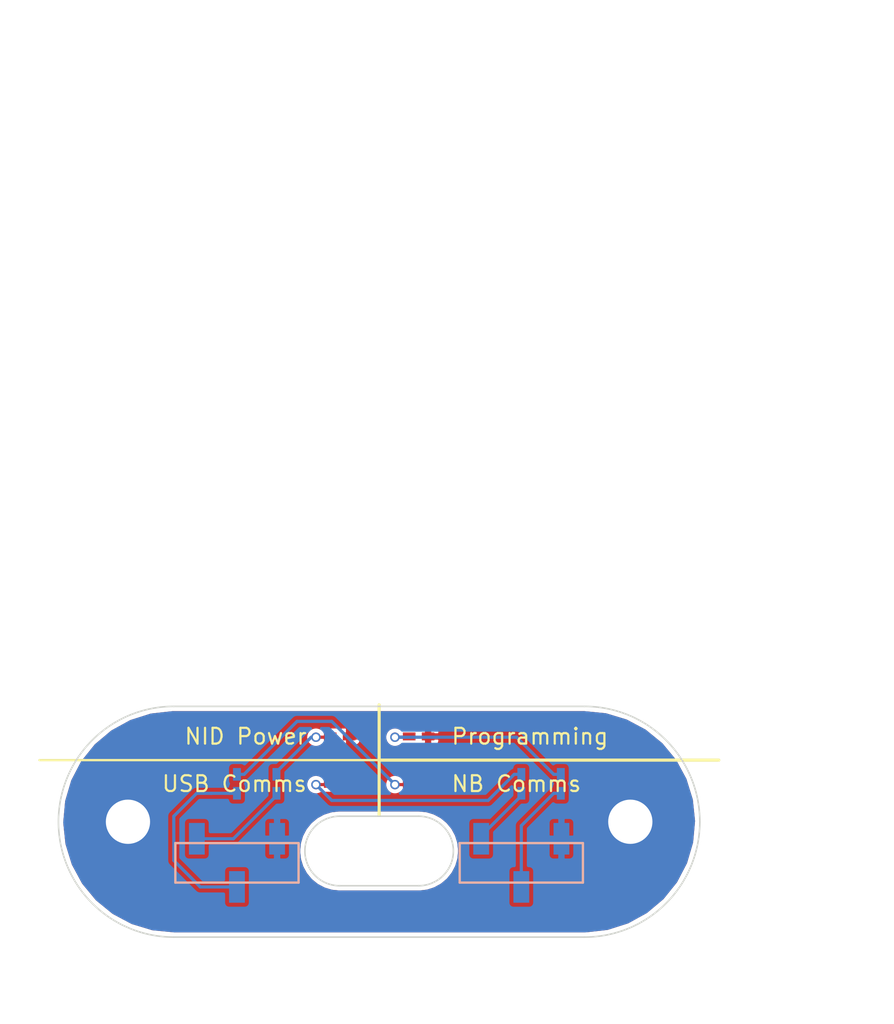
<source format=kicad_pcb>
(kicad_pcb (version 4) (host pcbnew 4.0.7-e2-6376~58~ubuntu14.04.1)

  (general
    (links 145)
    (no_connects 0)
    (area 21.438549 37.5 221.600001 145.325)
    (thickness 1.6)
    (drawings 48)
    (tracks 45)
    (zones 0)
    (modules 12)
    (nets 10)
  )

  (page A)
  (title_block
    (title "NeuroBytes Network Interface Device (NID)")
    (date 2018-02-01)
    (rev E)
    (company "NeuroTinker, LLC")
    (comment 1 "(C) 2018 Zach Fredin")
    (comment 2 "Drawing No. ZF-11012")
    (comment 3 "License: CC-BY-SA 4.0")
  )

  (layers
    (0 F.Cu signal)
    (31 B.Cu signal)
    (32 B.Adhes user)
    (33 F.Adhes user)
    (34 B.Paste user)
    (35 F.Paste user)
    (36 B.SilkS user)
    (37 F.SilkS user)
    (38 B.Mask user)
    (39 F.Mask user)
    (40 Dwgs.User user)
    (41 Cmts.User user)
    (42 Eco1.User user)
    (43 Eco2.User user)
    (44 Edge.Cuts user)
    (45 Margin user)
    (46 B.CrtYd user)
    (47 F.CrtYd user)
    (48 B.Fab user hide)
    (49 F.Fab user hide)
  )

  (setup
    (last_trace_width 0.2)
    (user_trace_width 0.5)
    (user_trace_width 1)
    (trace_clearance 0.2)
    (zone_clearance 0.25)
    (zone_45_only yes)
    (trace_min 0.2)
    (segment_width 0.2)
    (edge_width 0.1)
    (via_size 0.6)
    (via_drill 0.4)
    (via_min_size 0.4)
    (via_min_drill 0.3)
    (uvia_size 0.3)
    (uvia_drill 0.1)
    (uvias_allowed no)
    (uvia_min_size 0.2)
    (uvia_min_drill 0.1)
    (pcb_text_width 0.3)
    (pcb_text_size 1.5 1.5)
    (mod_edge_width 0.15)
    (mod_text_size 1 1)
    (mod_text_width 0.15)
    (pad_size 5 5)
    (pad_drill 2.8)
    (pad_to_mask_clearance 0)
    (aux_axis_origin 0 0)
    (grid_origin 46.324264 113.75)
    (visible_elements FFFFFF7F)
    (pcbplotparams
      (layerselection 0x00004_00000000)
      (usegerberextensions false)
      (excludeedgelayer true)
      (linewidth 0.100000)
      (plotframeref false)
      (viasonmask false)
      (mode 1)
      (useauxorigin false)
      (hpglpennumber 1)
      (hpglpenspeed 20)
      (hpglpendiameter 15)
      (hpglpenoverlay 2)
      (psnegative false)
      (psa4output false)
      (plotreference true)
      (plotvalue true)
      (plotinvisibletext false)
      (padsonsilk false)
      (subtractmaskfromsilk false)
      (outputformat 1)
      (mirror false)
      (drillshape 0)
      (scaleselection 1)
      (outputdirectory ""))
  )

  (net 0 "")
  (net 1 "Net-(D1-Pad2)")
  (net 2 "Net-(D2-Pad2)")
  (net 3 "Net-(D3-Pad2)")
  (net 4 "Net-(D4-Pad2)")
  (net 5 /GND_FRONT)
  (net 6 "Net-(J4-Pad2)")
  (net 7 "Net-(J6-Pad2)")
  (net 8 "Net-(J4-Pad3)")
  (net 9 "Net-(J6-Pad3)")

  (net_class Default "This is the default net class."
    (clearance 0.2)
    (trace_width 0.2)
    (via_dia 0.6)
    (via_drill 0.4)
    (uvia_dia 0.3)
    (uvia_drill 0.1)
    (add_net +3V3)
    (add_net +5V)
    (add_net +5VD)
    (add_net /FAULT)
    (add_net /GND_BACK)
    (add_net /GND_FRONT)
    (add_net /LED_COMMS_NEUROBYTES)
    (add_net /LED_COMMS_USB)
    (add_net /LED_PROGRAMMING)
    (add_net /NRST)
    (add_net /PMIC_SW)
    (add_net /RST)
    (add_net /RX)
    (add_net /SPEAKER)
    (add_net /TX)
    (add_net /USB_D+)
    (add_net /USB_D-)
    (add_net GND)
    (add_net "Net-(C6-Pad1)")
    (add_net "Net-(C7-Pad1)")
    (add_net "Net-(D1-Pad2)")
    (add_net "Net-(D2-Pad2)")
    (add_net "Net-(D3-Pad2)")
    (add_net "Net-(D4-Pad2)")
    (add_net "Net-(D5-Pad2)")
    (add_net "Net-(FL1-Pad1)")
    (add_net "Net-(FL1-Pad4)")
    (add_net "Net-(J3-Pad1)")
    (add_net "Net-(J3-Pad4)")
    (add_net "Net-(J3-Pad5)")
    (add_net "Net-(J4-Pad2)")
    (add_net "Net-(J4-Pad3)")
    (add_net "Net-(J6-Pad2)")
    (add_net "Net-(J6-Pad3)")
    (add_net "Net-(Q1-Pad1)")
    (add_net "Net-(Q2-Pad3)")
    (add_net "Net-(R2-Pad1)")
    (add_net "Net-(R3-Pad1)")
    (add_net "Net-(R6-Pad1)")
    (add_net "Net-(TP2-Pad1)")
    (add_net "Net-(TP3-Pad1)")
    (add_net "Net-(U2-Pad10)")
    (add_net "Net-(U2-Pad11)")
    (add_net "Net-(U2-Pad14)")
    (add_net "Net-(U2-Pad15)")
    (add_net "Net-(U2-Pad2)")
    (add_net "Net-(U2-Pad20)")
    (add_net "Net-(U2-Pad27)")
    (add_net "Net-(U2-Pad28)")
    (add_net "Net-(U2-Pad29)")
    (add_net "Net-(U2-Pad3)")
    (add_net "Net-(U2-Pad38)")
    (add_net "Net-(U2-Pad39)")
    (add_net "Net-(U2-Pad4)")
    (add_net "Net-(U2-Pad40)")
    (add_net "Net-(U2-Pad41)")
    (add_net "Net-(U2-Pad42)")
    (add_net "Net-(U2-Pad43)")
    (add_net "Net-(U2-Pad45)")
    (add_net "Net-(U2-Pad46)")
    (add_net "Net-(U2-Pad5)")
    (add_net "Net-(U2-Pad6)")
    (add_net "Net-(U3-Pad4)")
    (add_net "Net-(U4-Pad1)")
  )

  (module KiCad_Footprints:ZF_SMD_NonPol_0402 (layer F.Cu) (tedit 591B0B98) (tstamp 59EFED7A)
    (at 43.824264 104.5 180)
    (path /59F05B3F)
    (fp_text reference D1 (at 0 1.5 180) (layer F.Fab)
      (effects (font (size 1 1) (thickness 0.15)))
    )
    (fp_text value LED_POWER (at 0 -1.5 180) (layer F.Fab) hide
      (effects (font (size 1 1) (thickness 0.15)))
    )
    (pad 1 smd rect (at -0.6 0 180) (size 0.8 0.5) (layers F.Cu F.Paste F.Mask)
      (net 5 /GND_FRONT))
    (pad 2 smd rect (at 0.6 0 180) (size 0.8 0.5) (layers F.Cu F.Paste F.Mask)
      (net 1 "Net-(D1-Pad2)"))
    (model Resistors_SMD.3dshapes/R_0402.wrl
      (at (xyz 0 0 0))
      (scale (xyz 1 1 1))
      (rotate (xyz 0 0 0))
    )
  )

  (module KiCad_Footprints:ZF_SMD_NonPol_0402 (layer F.Cu) (tedit 591B0B98) (tstamp 59EFED80)
    (at 48.824264 107.5 180)
    (path /59F05BD6)
    (fp_text reference D2 (at 0 1.5 180) (layer F.Fab)
      (effects (font (size 1 1) (thickness 0.15)))
    )
    (fp_text value LED_NB (at 0 -1.5 180) (layer F.Fab) hide
      (effects (font (size 1 1) (thickness 0.15)))
    )
    (pad 1 smd rect (at -0.6 0 180) (size 0.8 0.5) (layers F.Cu F.Paste F.Mask)
      (net 5 /GND_FRONT))
    (pad 2 smd rect (at 0.6 0 180) (size 0.8 0.5) (layers F.Cu F.Paste F.Mask)
      (net 2 "Net-(D2-Pad2)"))
    (model Resistors_SMD.3dshapes/R_0402.wrl
      (at (xyz 0 0 0))
      (scale (xyz 1 1 1))
      (rotate (xyz 0 0 0))
    )
  )

  (module KiCad_Footprints:ZF_SMD_NonPol_0402 (layer F.Cu) (tedit 591B0B98) (tstamp 59EFED86)
    (at 43.824264 107.5 180)
    (path /59F05D9A)
    (fp_text reference D3 (at 0 1.5 180) (layer F.Fab)
      (effects (font (size 1 1) (thickness 0.15)))
    )
    (fp_text value LED_USB (at 0 -1.5 180) (layer F.Fab) hide
      (effects (font (size 1 1) (thickness 0.15)))
    )
    (pad 1 smd rect (at -0.6 0 180) (size 0.8 0.5) (layers F.Cu F.Paste F.Mask)
      (net 5 /GND_FRONT))
    (pad 2 smd rect (at 0.6 0 180) (size 0.8 0.5) (layers F.Cu F.Paste F.Mask)
      (net 3 "Net-(D3-Pad2)"))
    (model Resistors_SMD.3dshapes/R_0402.wrl
      (at (xyz 0 0 0))
      (scale (xyz 1 1 1))
      (rotate (xyz 0 0 0))
    )
  )

  (module KiCad_Footprints:ZF_SMD_NonPol_0402 (layer F.Cu) (tedit 591B0B98) (tstamp 59EFED8C)
    (at 48.824264 104.5 180)
    (path /59F05DA0)
    (fp_text reference D4 (at 0 1.5 180) (layer F.Fab)
      (effects (font (size 1 1) (thickness 0.15)))
    )
    (fp_text value LED_PROG (at 0 -1.5 180) (layer F.Fab) hide
      (effects (font (size 1 1) (thickness 0.15)))
    )
    (pad 1 smd rect (at -0.6 0 180) (size 0.8 0.5) (layers F.Cu F.Paste F.Mask)
      (net 5 /GND_FRONT))
    (pad 2 smd rect (at 0.6 0 180) (size 0.8 0.5) (layers F.Cu F.Paste F.Mask)
      (net 4 "Net-(D4-Pad2)"))
    (model Resistors_SMD.3dshapes/R_0402.wrl
      (at (xyz 0 0 0))
      (scale (xyz 1 1 1))
      (rotate (xyz 0 0 0))
    )
  )

  (module KiCad_Footprints:ZF_SMD_NonPol_0402 (layer B.Cu) (tedit 591B0B98) (tstamp 59EFEDEE)
    (at 39.824264 107.5 270)
    (path /59F05EFE)
    (fp_text reference R11 (at 0 -1.5 270) (layer B.Fab)
      (effects (font (size 1 1) (thickness 0.15)) (justify mirror))
    )
    (fp_text value R (at 0 1.5 270) (layer B.Fab) hide
      (effects (font (size 1 1) (thickness 0.15)) (justify mirror))
    )
    (pad 1 smd rect (at -0.6 0 270) (size 0.8 0.5) (layers B.Cu B.Paste B.Mask)
      (net 1 "Net-(D1-Pad2)"))
    (pad 2 smd rect (at 0.6 0 270) (size 0.8 0.5) (layers B.Cu B.Paste B.Mask)
      (net 8 "Net-(J4-Pad3)"))
    (model Resistors_SMD.3dshapes/R_0402.wrl
      (at (xyz 0 0 0))
      (scale (xyz 1 1 1))
      (rotate (xyz 0 0 0))
    )
  )

  (module KiCad_Footprints:ZF_SMD_NonPol_0402 (layer B.Cu) (tedit 591B0B98) (tstamp 59EFEDF4)
    (at 37.324264 107.5 270)
    (path /59F06154)
    (fp_text reference R12 (at 0 -1.5 270) (layer B.Fab)
      (effects (font (size 1 1) (thickness 0.15)) (justify mirror))
    )
    (fp_text value R (at 0 1.5 270) (layer B.Fab) hide
      (effects (font (size 1 1) (thickness 0.15)) (justify mirror))
    )
    (pad 1 smd rect (at -0.6 0 270) (size 0.8 0.5) (layers B.Cu B.Paste B.Mask)
      (net 2 "Net-(D2-Pad2)"))
    (pad 2 smd rect (at 0.6 0 270) (size 0.8 0.5) (layers B.Cu B.Paste B.Mask)
      (net 6 "Net-(J4-Pad2)"))
    (model Resistors_SMD.3dshapes/R_0402.wrl
      (at (xyz 0 0 0))
      (scale (xyz 1 1 1))
      (rotate (xyz 0 0 0))
    )
  )

  (module KiCad_Footprints:ZF_SMD_NonPol_0402 (layer B.Cu) (tedit 591B0B98) (tstamp 59EFEDFA)
    (at 55.324264 107.5 270)
    (path /59F0628E)
    (fp_text reference R13 (at 0 -1.5 270) (layer B.Fab)
      (effects (font (size 1 1) (thickness 0.15)) (justify mirror))
    )
    (fp_text value R (at 0 1.5 270) (layer B.Fab) hide
      (effects (font (size 1 1) (thickness 0.15)) (justify mirror))
    )
    (pad 1 smd rect (at -0.6 0 270) (size 0.8 0.5) (layers B.Cu B.Paste B.Mask)
      (net 3 "Net-(D3-Pad2)"))
    (pad 2 smd rect (at 0.6 0 270) (size 0.8 0.5) (layers B.Cu B.Paste B.Mask)
      (net 9 "Net-(J6-Pad3)"))
    (model Resistors_SMD.3dshapes/R_0402.wrl
      (at (xyz 0 0 0))
      (scale (xyz 1 1 1))
      (rotate (xyz 0 0 0))
    )
  )

  (module KiCad_Footprints:ZF_SMD_NonPol_0402 (layer B.Cu) (tedit 591B0B98) (tstamp 59EFEE00)
    (at 57.824264 107.5 270)
    (path /59F063CD)
    (fp_text reference R14 (at 0 -1.5 270) (layer B.Fab)
      (effects (font (size 1 1) (thickness 0.15)) (justify mirror))
    )
    (fp_text value R (at 0 1.5 270) (layer B.Fab) hide
      (effects (font (size 1 1) (thickness 0.15)) (justify mirror))
    )
    (pad 1 smd rect (at -0.6 0 270) (size 0.8 0.5) (layers B.Cu B.Paste B.Mask)
      (net 4 "Net-(D4-Pad2)"))
    (pad 2 smd rect (at 0.6 0 270) (size 0.8 0.5) (layers B.Cu B.Paste B.Mask)
      (net 7 "Net-(J6-Pad2)"))
    (model Resistors_SMD.3dshapes/R_0402.wrl
      (at (xyz 0 0 0))
      (scale (xyz 1 1 1))
      (rotate (xyz 0 0 0))
    )
  )

  (module KiCad_Footprints:ZF_STRUCT_M2-6-hole (layer F.Cu) (tedit 5A9EFDF0) (tstamp 5A9DA5D7)
    (at 62.224264 109.9)
    (fp_text reference REF** (at 0 6.3) (layer F.SilkS) hide
      (effects (font (size 1 1) (thickness 0.15)))
    )
    (fp_text value ZF_STRUCT_M2-6-hole (at 0 -6.2) (layer F.Fab) hide
      (effects (font (size 1 1) (thickness 0.15)))
    )
    (pad 1 thru_hole circle (at 0 0) (size 5 5) (drill 2.8) (layers *.Cu *.Mask)
      (net 5 /GND_FRONT) (zone_connect 2))
  )

  (module KiCad_Footprints:ZF_STRUCT_M2-6-hole (layer F.Cu) (tedit 5A9EFDF8) (tstamp 5A9DA5DC)
    (at 30.424264 109.9)
    (fp_text reference REF** (at 0 6.3) (layer F.SilkS) hide
      (effects (font (size 1 1) (thickness 0.15)))
    )
    (fp_text value ZF_STRUCT_M2-6-hole (at 0 -6.2) (layer F.Fab) hide
      (effects (font (size 1 1) (thickness 0.15)))
    )
    (pad 1 thru_hole circle (at 0 0) (size 5 5) (drill 2.8) (layers *.Cu *.Mask)
      (net 5 /GND_FRONT) (zone_connect 2))
  )

  (module KiCad_Footprints:ZF_CONN_FHDR_SMD_3 (layer B.Cu) (tedit 5A9DA6C9) (tstamp 5A9E155D)
    (at 37.324264 112.5 180)
    (path /5A9DE37D)
    (fp_text reference J4 (at 0 -5.3 180) (layer B.SilkS) hide
      (effects (font (size 1 1) (thickness 0.15)) (justify mirror))
    )
    (fp_text value Conn_01x03_Female (at 0 3.6 180) (layer B.Fab) hide
      (effects (font (size 1 1) (thickness 0.15)) (justify mirror))
    )
    (fp_line (start 3.9 1.25) (end 3.9 1.25) (layer B.SilkS) (width 0.15))
    (fp_line (start -3.9 1.25) (end 3.9 1.25) (layer B.SilkS) (width 0.15))
    (fp_line (start -3.9 -1.25) (end -3.9 1.25) (layer B.SilkS) (width 0.15))
    (fp_line (start 3.9 -1.25) (end -3.9 -1.25) (layer B.SilkS) (width 0.15))
    (fp_line (start 3.9 1.25) (end 3.9 -1.25) (layer B.SilkS) (width 0.15))
    (pad 1 smd rect (at -2.54 1.524 180) (size 1 2) (layers B.Cu B.Paste B.Mask)
      (net 5 /GND_FRONT))
    (pad 2 smd rect (at 0 -1.524 180) (size 1 2) (layers B.Cu B.Paste B.Mask)
      (net 6 "Net-(J4-Pad2)"))
    (pad 3 smd rect (at 2.54 1.524 180) (size 1 2) (layers B.Cu B.Paste B.Mask)
      (net 8 "Net-(J4-Pad3)"))
  )

  (module KiCad_Footprints:ZF_CONN_FHDR_SMD_3 (layer B.Cu) (tedit 5A9DA6C9) (tstamp 5A9E1574)
    (at 55.324264 112.5 180)
    (path /5A9DF334)
    (fp_text reference J6 (at 0 -5.3 180) (layer B.SilkS) hide
      (effects (font (size 1 1) (thickness 0.15)) (justify mirror))
    )
    (fp_text value Conn_01x03_Female (at 0 3.6 180) (layer B.Fab) hide
      (effects (font (size 1 1) (thickness 0.15)) (justify mirror))
    )
    (fp_line (start 3.9 1.25) (end 3.9 1.25) (layer B.SilkS) (width 0.15))
    (fp_line (start -3.9 1.25) (end 3.9 1.25) (layer B.SilkS) (width 0.15))
    (fp_line (start -3.9 -1.25) (end -3.9 1.25) (layer B.SilkS) (width 0.15))
    (fp_line (start 3.9 -1.25) (end -3.9 -1.25) (layer B.SilkS) (width 0.15))
    (fp_line (start 3.9 1.25) (end 3.9 -1.25) (layer B.SilkS) (width 0.15))
    (pad 1 smd rect (at -2.54 1.524 180) (size 1 2) (layers B.Cu B.Paste B.Mask)
      (net 5 /GND_FRONT))
    (pad 2 smd rect (at 0 -1.524 180) (size 1 2) (layers B.Cu B.Paste B.Mask)
      (net 7 "Net-(J6-Pad2)"))
    (pad 3 smd rect (at 2.54 1.524 180) (size 1 2) (layers B.Cu B.Paste B.Mask)
      (net 9 "Net-(J6-Pad3)"))
  )

  (gr_line (start 55.324264 120) (end 55.324264 120) (layer Cmts.User) (width 0.2) (tstamp 5A9E3F45))
  (gr_line (start 55.324264 58) (end 55.324264 120) (layer Cmts.User) (width 0.2))
  (gr_line (start 37.324264 122.6) (end 37.324264 122.6) (layer Cmts.User) (width 0.2) (tstamp 5A9E3F44))
  (gr_line (start 37.324264 58) (end 37.324264 122.6) (layer Cmts.User) (width 0.2))
  (gr_line (start 46.324264 106) (end 67.824264 106) (layer F.SilkS) (width 0.2))
  (gr_line (start 46.324264 106) (end 24.824264 106) (layer F.SilkS) (width 0.15))
  (gr_line (start 46.324264 109.5) (end 46.324264 102.5) (layer F.SilkS) (width 0.2))
  (gr_line (start 46.324264 109.15) (end 46.324264 109.15) (layer Cmts.User) (width 0.2) (tstamp 5A9DA676))
  (gr_line (start 46.324264 114.15) (end 46.324264 109.15) (layer Cmts.User) (width 0.2))
  (gr_text Programming (at 50.824264 104.5) (layer F.SilkS)
    (effects (font (size 1 1) (thickness 0.14)) (justify left))
  )
  (gr_text "USB Comms" (at 41.824264 107.5) (layer F.SilkS)
    (effects (font (size 1 1) (thickness 0.14)) (justify right))
  )
  (gr_text "NB Comms" (at 50.824264 107.5) (layer F.SilkS)
    (effects (font (size 1 1) (thickness 0.14)) (justify left))
  )
  (gr_text "NID Power" (at 41.824264 104.5) (layer F.SilkS)
    (effects (font (size 1 1) (thickness 0.14)) (justify right))
  )
  (gr_text "To NB Network" (at 46.374264 115.35) (layer F.Mask)
    (effects (font (size 1.2 1.2) (thickness 0.17)))
  )
  (gr_arc (start 48.824264 111.75) (end 48.824264 109.55) (angle 180) (layer Edge.Cuts) (width 0.1))
  (gr_line (start 43.824264 113.95) (end 48.824264 113.95) (layer Edge.Cuts) (width 0.1))
  (gr_line (start 43.824264 109.55) (end 48.824264 109.55) (layer Edge.Cuts) (width 0.1))
  (gr_arc (start 43.824264 111.75) (end 43.824264 113.95) (angle 180) (layer Edge.Cuts) (width 0.1))
  (gr_line (start 62.224264 120.8) (end 62.224264 120.8) (layer Cmts.User) (width 0.2) (tstamp 5A9D8D73))
  (gr_line (start 62.224264 83) (end 62.224264 120.8) (layer Cmts.User) (width 0.2))
  (gr_line (start 30.424264 121.6) (end 30.424264 121.6) (layer Cmts.User) (width 0.2) (tstamp 5A9D8D72))
  (gr_line (start 30.424264 83) (end 30.424264 121.6) (layer Cmts.User) (width 0.2))
  (gr_arc (start 33.324264 109.9) (end 33.324264 117.2) (angle 180) (layer Edge.Cuts) (width 0.1) (tstamp 5A9D8D4F))
  (gr_line (start 59.324264 102.6) (end 33.324264 102.6) (layer Edge.Cuts) (width 0.1) (tstamp 5A9D8D4E))
  (gr_line (start 33.324264 117.2) (end 59.324264 117.2) (layer Edge.Cuts) (width 0.1) (tstamp 5A9D8D4D))
  (gr_arc (start 59.324264 109.9) (end 59.324264 102.6) (angle 180) (layer Edge.Cuts) (width 0.1) (tstamp 5A9D8D4C))
  (gr_line (start 68.824264 115.35) (end 68.824264 115.35) (layer Cmts.User) (width 0.2) (tstamp 5A9D8D4B))
  (gr_line (start 68.724264 113.75) (end 24.424264 113.75) (layer Cmts.User) (width 0.2) (tstamp 5A9D8D4A))
  (gr_line (start 71.624264 117.2) (end 71.624264 117.2) (layer Cmts.User) (width 0.2) (tstamp 5A9D8D49))
  (gr_line (start 22.824264 117.2) (end 71.624264 117.2) (layer Cmts.User) (width 0.2) (tstamp 5A9D8D48))
  (gr_line (start 22.424264 109.9) (end 78.724264 109.9) (layer Cmts.User) (width 0.2) (tstamp 5A9D8D47))
  (gr_line (start 26.024264 115.35) (end 68.824264 115.35) (layer Cmts.User) (width 0.2) (tstamp 5A9D8D46))
  (gr_line (start 78.824264 110) (end 78.724264 109.9) (layer Cmts.User) (width 0.2) (tstamp 5A9D8D45))
  (gr_line (start 24.374264 113.8) (end 24.424264 113.75) (layer Cmts.User) (width 0.2) (tstamp 5A9D8D44))
  (gr_line (start 66.624264 109.6) (end 66.624264 110.2) (layer Cmts.User) (width 0.2) (tstamp 5A9D8D43))
  (gr_line (start 66.824264 102.6) (end 66.824264 102.6) (layer Cmts.User) (width 0.2) (tstamp 5A9D8D42))
  (gr_line (start 46.324264 118) (end 46.324264 96.8) (layer Cmts.User) (width 0.2) (tstamp 5A9D8D41))
  (gr_line (start 23.424264 102.6) (end 66.824264 102.6) (layer Cmts.User) (width 0.2) (tstamp 5A9D8D40))
  (gr_line (start 45.924264 102.6) (end 46.724264 102.6) (layer Cmts.User) (width 0.2))
  (gr_line (start 221.5 70.5) (end 221.5 70.5) (layer F.Fab) (width 0.2) (tstamp 5A398CB1))
  (gr_line (start 148.5 70.5) (end 221.5 70.5) (layer F.Fab) (width 0.2))
  (gr_line (start 186.5 50.5) (end 158.5 50.5) (layer F.Fab) (width 0.2))
  (gr_line (start 195.5 91.5) (end 152.5 91.5) (layer F.Fab) (width 0.2))
  (gr_text "INSTALL FOUR POLYURETHANE BUMPERS\nIN FOUR 10MM SILKSCREEN CIRCLES (BACK)" (at 195.5 67.5) (layer F.Fab)
    (effects (font (size 1.5 1.5) (thickness 0.3)))
  )
  (gr_text "NOTES:\n1. FOOTPRINTS ORIENTED PER IPC-7351FC LEVEL B (PIN 1 IN LOWER LEFT)\n2. COMPONENT ROTATION IN DEGREES COUNTER-CLOCKWISE\n3. COMPONENTS MOUNTED ON BOTH SIDES (FOUR LEDS ON FRONT, ALL OTHERS ON BACK)\n4. PCB IS 1.6mm FR4 RATED FOR ROHS REFLOW, 1OZ COPPER, ENIG FINISH\n5. MATTE BLACK SOLDER MASK WITH WHITE SILKSCREEN\n6. SOLDER PASTE MUST BE ROHS COMPLIANT (LEAD-FREE)\n7. NO MARKS (E-TEST, QA, SERIAL NUMBER, ETC) ON FRONT (LOGO SIDE) OF BOARD\n8. BOARDS TO BE SHIPPED IN INDIVIDUAL ANTI-STATIC BAGS\n9. FOUR SELF-ADHESIVE POLYURETHANE BUMPERS TO BE APPLIED AS SHOWN AFTER ASSEMBLY" (at 88.5 132.5) (layer F.Fab)
    (effects (font (size 1.5 1.5) (thickness 0.3)) (justify left))
  )
  (gr_text "COMPONENT POSITION ORIGIN" (at 127.5 105) (layer F.Fab)
    (effects (font (size 1.5 1.5) (thickness 0.3)))
  )
  (gr_text "ROUTE BOARD OUTLINE\nEXCEPT TWO SIDES" (at 172.5 47.5) (layer F.Fab)
    (effects (font (size 1.5 1.5) (thickness 0.3)))
  )
  (gr_text "V-SCORE PARALLEL SIDES" (at 180 90) (layer F.Fab)
    (effects (font (size 1.5 1.5) (thickness 0.3)))
  )

  (segment (start 42.324264 104.55) (end 43.174264 104.55) (width 0.2) (layer F.Cu) (net 1))
  (segment (start 43.174264 104.55) (end 43.224264 104.5) (width 0.2) (layer F.Cu) (net 1))
  (segment (start 39.824264 106.9) (end 39.824264 106.75) (width 0.2) (layer B.Cu) (net 1))
  (segment (start 39.824264 106.75) (end 42.024264 104.55) (width 0.2) (layer B.Cu) (net 1))
  (segment (start 42.024264 104.55) (end 42.324264 104.55) (width 0.2) (layer B.Cu) (net 1))
  (via (at 42.324264 104.55) (size 0.6) (drill 0.4) (layers F.Cu B.Cu) (net 1))
  (segment (start 37.324264 106.9) (end 37.774264 106.9) (width 0.2) (layer B.Cu) (net 2))
  (segment (start 43.324264 103.55) (end 43.724264 103.95) (width 0.2) (layer B.Cu) (net 2))
  (segment (start 37.774264 106.9) (end 41.124264 103.55) (width 0.2) (layer B.Cu) (net 2))
  (segment (start 41.124264 103.55) (end 43.324264 103.55) (width 0.2) (layer B.Cu) (net 2))
  (segment (start 43.724264 103.95) (end 47.324264 107.55) (width 0.2) (layer B.Cu) (net 2))
  (segment (start 47.324264 107.55) (end 48.174264 107.55) (width 0.2) (layer F.Cu) (net 2))
  (segment (start 48.174264 107.55) (end 48.224264 107.5) (width 0.2) (layer F.Cu) (net 2))
  (via (at 47.324264 107.55) (size 0.6) (drill 0.4) (layers F.Cu B.Cu) (net 2))
  (segment (start 42.324264 107.55) (end 43.324264 108.55) (width 0.2) (layer B.Cu) (net 3))
  (segment (start 53.224264 108.55) (end 54.874264 106.9) (width 0.2) (layer B.Cu) (net 3))
  (segment (start 43.324264 108.55) (end 53.224264 108.55) (width 0.2) (layer B.Cu) (net 3))
  (segment (start 54.874264 106.9) (end 55.324264 106.9) (width 0.2) (layer B.Cu) (net 3))
  (segment (start 42.324264 107.55) (end 43.174264 107.55) (width 0.2) (layer F.Cu) (net 3))
  (segment (start 43.174264 107.55) (end 43.224264 107.5) (width 0.2) (layer F.Cu) (net 3))
  (via (at 42.324264 107.55) (size 0.6) (drill 0.4) (layers F.Cu B.Cu) (net 3))
  (segment (start 57.824264 106.9) (end 57.374264 106.9) (width 0.2) (layer B.Cu) (net 4))
  (segment (start 57.374264 106.9) (end 55.024264 104.55) (width 0.2) (layer B.Cu) (net 4))
  (segment (start 55.024264 104.55) (end 47.748528 104.55) (width 0.2) (layer B.Cu) (net 4))
  (segment (start 47.748528 104.55) (end 47.324264 104.55) (width 0.2) (layer B.Cu) (net 4))
  (segment (start 47.324264 104.55) (end 48.174264 104.55) (width 0.2) (layer F.Cu) (net 4))
  (segment (start 48.174264 104.55) (end 48.224264 104.5) (width 0.2) (layer F.Cu) (net 4))
  (via (at 47.324264 104.55) (size 0.6) (drill 0.4) (layers F.Cu B.Cu) (net 4))
  (segment (start 37.324264 114.024) (end 34.998264 114.024) (width 0.2) (layer B.Cu) (net 6))
  (segment (start 34.998264 114.024) (end 33.324264 112.35) (width 0.2) (layer B.Cu) (net 6))
  (segment (start 33.324264 112.35) (end 33.324264 109.55) (width 0.2) (layer B.Cu) (net 6))
  (segment (start 33.324264 109.55) (end 34.774264 108.1) (width 0.2) (layer B.Cu) (net 6))
  (segment (start 34.774264 108.1) (end 35.724264 108.1) (width 0.2) (layer B.Cu) (net 6))
  (segment (start 35.724264 108.1) (end 36.874264 108.1) (width 0.2) (layer B.Cu) (net 6))
  (segment (start 35.620262 108.1) (end 35.724264 108.1) (width 0.2) (layer B.Cu) (net 6))
  (segment (start 36.874264 108.1) (end 37.324264 108.1) (width 0.2) (layer B.Cu) (net 6))
  (segment (start 55.324264 114.024) (end 55.324264 110.15) (width 0.2) (layer B.Cu) (net 7))
  (segment (start 55.324264 110.15) (end 57.374264 108.1) (width 0.2) (layer B.Cu) (net 7))
  (segment (start 57.374264 108.1) (end 57.824264 108.1) (width 0.2) (layer B.Cu) (net 7))
  (segment (start 34.784264 110.976) (end 37.098264 110.976) (width 0.2) (layer B.Cu) (net 8))
  (segment (start 37.098264 110.976) (end 39.824264 108.25) (width 0.2) (layer B.Cu) (net 8))
  (segment (start 39.824264 108.25) (end 39.824264 108.1) (width 0.2) (layer B.Cu) (net 8))
  (segment (start 55.324264 108.1) (end 55.324264 108.25) (width 0.2) (layer B.Cu) (net 9))
  (segment (start 55.324264 108.25) (end 52.784264 110.79) (width 0.2) (layer B.Cu) (net 9))
  (segment (start 52.784264 110.79) (end 52.784264 110.976) (width 0.2) (layer B.Cu) (net 9))

  (zone (net 5) (net_name /GND_FRONT) (layer B.Cu) (tstamp 0) (hatch edge 0.508)
    (connect_pads (clearance 0.25))
    (min_thickness 0.2)
    (fill yes (arc_segments 32) (thermal_gap 0.25) (thermal_bridge_width 0.4))
    (polygon
      (pts
        (xy 24.624264 102) (xy 72.724264 102.1) (xy 72.224264 117.9) (xy 24.724264 118.4) (xy 24.524264 102.2)
      )
    )
    (filled_polygon
      (pts
        (xy 60.664107 103.133291) (xy 61.952919 103.522406) (xy 63.141603 104.154441) (xy 64.18489 105.005325) (xy 65.043034 106.042643)
        (xy 65.683352 107.226886) (xy 66.081453 108.512945) (xy 66.222177 109.851843) (xy 66.100162 111.192571) (xy 65.720052 112.484072)
        (xy 65.096333 113.677136) (xy 64.252758 114.726332) (xy 63.221452 115.591701) (xy 62.041705 116.240272) (xy 60.758456 116.647342)
        (xy 59.402431 116.799444) (xy 59.322902 116.8) (xy 33.343828 116.8) (xy 31.984419 116.666709) (xy 30.695609 116.277594)
        (xy 29.506925 115.645559) (xy 28.463636 114.794673) (xy 27.605494 113.757357) (xy 26.965176 112.573114) (xy 26.567075 111.287055)
        (xy 26.426351 109.948157) (xy 26.462585 109.55) (xy 32.874264 109.55) (xy 32.874264 112.35) (xy 32.878317 112.391339)
        (xy 32.881943 112.432778) (xy 32.882603 112.43505) (xy 32.882834 112.437405) (xy 32.89485 112.477204) (xy 32.906445 112.517115)
        (xy 32.907534 112.519215) (xy 32.908218 112.521482) (xy 32.927769 112.558251) (xy 32.946863 112.595087) (xy 32.948335 112.596931)
        (xy 32.949449 112.599026) (xy 32.975752 112.631276) (xy 33.001654 112.663724) (xy 33.004902 112.667018) (xy 33.004957 112.667085)
        (xy 33.005019 112.667136) (xy 33.006066 112.668198) (xy 34.680066 114.342198) (xy 34.712169 114.368568) (xy 34.744029 114.395301)
        (xy 34.746102 114.396441) (xy 34.747931 114.397943) (xy 34.784578 114.417593) (xy 34.82099 114.437611) (xy 34.823244 114.438326)
        (xy 34.825331 114.439445) (xy 34.865162 114.451623) (xy 34.904704 114.464166) (xy 34.907048 114.464429) (xy 34.909318 114.465123)
        (xy 34.950738 114.46933) (xy 34.991981 114.473956) (xy 34.996608 114.473988) (xy 34.996693 114.473997) (xy 34.996772 114.47399)
        (xy 34.998264 114.474) (xy 36.472571 114.474) (xy 36.472571 115.024) (xy 36.477016 115.079736) (xy 36.506291 115.174271)
        (xy 36.560744 115.256906) (xy 36.636064 115.3211) (xy 36.726285 115.361769) (xy 36.824264 115.375693) (xy 37.824264 115.375693)
        (xy 37.88 115.371248) (xy 37.974535 115.341973) (xy 38.05717 115.28752) (xy 38.121364 115.2122) (xy 38.162033 115.121979)
        (xy 38.175957 115.024) (xy 38.175957 113.024) (xy 38.171512 112.968264) (xy 38.142237 112.873729) (xy 38.087784 112.791094)
        (xy 38.012464 112.7269) (xy 37.922243 112.686231) (xy 37.824264 112.672307) (xy 36.824264 112.672307) (xy 36.768528 112.676752)
        (xy 36.673993 112.706027) (xy 36.591358 112.76048) (xy 36.527164 112.8358) (xy 36.486495 112.926021) (xy 36.472571 113.024)
        (xy 36.472571 113.574) (xy 35.18466 113.574) (xy 33.774264 112.163604) (xy 33.774264 109.736396) (xy 34.96066 108.55)
        (xy 36.726559 108.55) (xy 36.727016 108.555736) (xy 36.756291 108.650271) (xy 36.810744 108.732906) (xy 36.886064 108.7971)
        (xy 36.976285 108.837769) (xy 37.074264 108.851693) (xy 37.574264 108.851693) (xy 37.63 108.847248) (xy 37.724535 108.817973)
        (xy 37.80717 108.76352) (xy 37.871364 108.6882) (xy 37.912033 108.597979) (xy 37.925957 108.5) (xy 37.925957 107.7)
        (xy 37.921512 107.644264) (xy 37.892237 107.549729) (xy 37.86027 107.501217) (xy 37.871364 107.4882) (xy 37.912033 107.397979)
        (xy 37.922652 107.32326) (xy 37.941379 107.317819) (xy 37.943479 107.31673) (xy 37.945746 107.316046) (xy 37.982515 107.296495)
        (xy 38.019351 107.277401) (xy 38.021195 107.275929) (xy 38.02329 107.274815) (xy 38.05554 107.248512) (xy 38.087988 107.22261)
        (xy 38.091282 107.219362) (xy 38.091349 107.219307) (xy 38.0914 107.219245) (xy 38.092462 107.218198) (xy 41.31066 104)
        (xy 41.977624 104) (xy 41.915001 104.040979) (xy 41.823926 104.130166) (xy 41.803507 104.159987) (xy 41.779177 104.172599)
        (xy 41.777333 104.174071) (xy 41.775238 104.175185) (xy 41.742988 104.201488) (xy 41.71054 104.22739) (xy 41.707246 104.230638)
        (xy 41.707179 104.230693) (xy 41.707128 104.230755) (xy 41.706066 104.231802) (xy 39.789561 106.148307) (xy 39.574264 106.148307)
        (xy 39.518528 106.152752) (xy 39.423993 106.182027) (xy 39.341358 106.23648) (xy 39.277164 106.3118) (xy 39.236495 106.402021)
        (xy 39.222571 106.5) (xy 39.222571 107.3) (xy 39.227016 107.355736) (xy 39.256291 107.450271) (xy 39.288258 107.498783)
        (xy 39.277164 107.5118) (xy 39.236495 107.602021) (xy 39.222571 107.7) (xy 39.222571 108.215297) (xy 36.911868 110.526)
        (xy 35.635957 110.526) (xy 35.635957 109.976) (xy 35.631512 109.920264) (xy 35.602237 109.825729) (xy 35.547784 109.743094)
        (xy 35.472464 109.6789) (xy 35.382243 109.638231) (xy 35.284264 109.624307) (xy 34.284264 109.624307) (xy 34.228528 109.628752)
        (xy 34.133993 109.658027) (xy 34.051358 109.71248) (xy 33.987164 109.7878) (xy 33.946495 109.878021) (xy 33.932571 109.976)
        (xy 33.932571 111.976) (xy 33.937016 112.031736) (xy 33.966291 112.126271) (xy 34.020744 112.208906) (xy 34.096064 112.2731)
        (xy 34.186285 112.313769) (xy 34.284264 112.327693) (xy 35.284264 112.327693) (xy 35.34 112.323248) (xy 35.434535 112.293973)
        (xy 35.51717 112.23952) (xy 35.581364 112.1642) (xy 35.622033 112.073979) (xy 35.635957 111.976) (xy 35.635957 111.426)
        (xy 37.098264 111.426) (xy 37.139603 111.421947) (xy 37.181042 111.418321) (xy 37.183314 111.417661) (xy 37.185669 111.41743)
        (xy 37.225468 111.405414) (xy 37.265379 111.393819) (xy 37.267479 111.39273) (xy 37.269746 111.392046) (xy 37.306515 111.372495)
        (xy 37.343351 111.353401) (xy 37.345195 111.351929) (xy 37.34729 111.350815) (xy 37.37954 111.324512) (xy 37.411988 111.29861)
        (xy 37.415282 111.295362) (xy 37.415349 111.295307) (xy 37.4154 111.295245) (xy 37.416462 111.294198) (xy 37.54716 111.1635)
        (xy 39.014264 111.1635) (xy 39.014264 112.010472) (xy 39.027714 112.078091) (xy 39.054098 112.141787) (xy 39.092401 112.199112)
        (xy 39.141152 112.247863) (xy 39.198477 112.286166) (xy 39.262173 112.31255) (xy 39.329792 112.326) (xy 39.676764 112.326)
        (xy 39.764264 112.2385) (xy 39.764264 111.076) (xy 39.964264 111.076) (xy 39.964264 112.2385) (xy 40.051764 112.326)
        (xy 40.398736 112.326) (xy 40.466355 112.31255) (xy 40.530051 112.286166) (xy 40.587376 112.247863) (xy 40.636127 112.199112)
        (xy 40.67443 112.141787) (xy 40.700814 112.078091) (xy 40.714264 112.010472) (xy 40.714264 111.729106) (xy 41.225964 111.729106)
        (xy 41.226217 111.765359) (xy 41.225964 111.801611) (xy 41.226509 111.80717) (xy 41.271389 112.234182) (xy 41.278673 112.269664)
        (xy 41.285472 112.305308) (xy 41.287087 112.310655) (xy 41.414054 112.720818) (xy 41.428091 112.754211) (xy 41.441683 112.787852)
        (xy 41.444305 112.792784) (xy 41.648522 113.170474) (xy 41.668795 113.20053) (xy 41.688646 113.230865) (xy 41.692176 113.235194)
        (xy 41.965864 113.566026) (xy 41.99159 113.591573) (xy 42.016954 113.617474) (xy 42.021257 113.621034) (xy 42.353992 113.892405)
        (xy 42.384166 113.912452) (xy 42.414102 113.93295) (xy 42.419015 113.935606) (xy 42.798121 114.13718) (xy 42.831619 114.150987)
        (xy 42.864961 114.165277) (xy 42.870296 114.166929) (xy 43.281335 114.291029) (xy 43.316913 114.298073) (xy 43.35236 114.305608)
        (xy 43.357915 114.306192) (xy 43.78523 114.348091) (xy 43.802008 114.348091) (xy 43.818679 114.349961) (xy 43.824264 114.35)
        (xy 48.824264 114.35) (xy 48.824366 114.34999) (xy 48.827051 114.34999) (xy 48.857768 114.349776) (xy 48.875838 114.347877)
        (xy 48.894014 114.347877) (xy 48.899569 114.347293) (xy 49.326258 114.299432) (xy 49.361698 114.291899) (xy 49.397283 114.284853)
        (xy 49.402618 114.283201) (xy 49.811884 114.153374) (xy 49.845213 114.13909) (xy 49.878725 114.125277) (xy 49.883638 114.122621)
        (xy 50.259893 113.915772) (xy 50.289795 113.895298) (xy 50.320003 113.875228) (xy 50.324306 113.871668) (xy 50.653219 113.595676)
        (xy 50.678583 113.569776) (xy 50.704309 113.544228) (xy 50.707834 113.539906) (xy 50.70784 113.5399) (xy 50.707844 113.539893)
        (xy 50.97688 113.20528) (xy 50.996731 113.174945) (xy 51.017004 113.144889) (xy 51.019626 113.139958) (xy 51.218549 112.759454)
        (xy 51.232126 112.725849) (xy 51.246179 112.692419) (xy 51.247793 112.687072) (xy 51.369021 112.275176) (xy 51.375814 112.239569)
        (xy 51.383105 112.20405) (xy 51.38365 112.198492) (xy 51.422564 111.770894) (xy 51.422311 111.734641) (xy 51.422564 111.698389)
        (xy 51.422019 111.69283) (xy 51.377139 111.265818) (xy 51.369855 111.230336) (xy 51.363056 111.194692) (xy 51.361441 111.189345)
        (xy 51.234474 110.779182) (xy 51.220437 110.745789) (xy 51.206845 110.712148) (xy 51.204223 110.707217) (xy 51.000007 110.329526)
        (xy 50.979715 110.299443) (xy 50.959882 110.269135) (xy 50.956356 110.264812) (xy 50.956352 110.264806) (xy 50.956347 110.264801)
        (xy 50.682664 109.933974) (xy 50.656921 109.90841) (xy 50.631574 109.882526) (xy 50.627271 109.878966) (xy 50.294537 109.607595)
        (xy 50.264345 109.587536) (xy 50.234426 109.56705) (xy 50.229513 109.564394) (xy 49.850407 109.36282) (xy 49.816897 109.349008)
        (xy 49.783567 109.334723) (xy 49.778231 109.333071) (xy 49.367193 109.208971) (xy 49.331608 109.201925) (xy 49.296168 109.194392)
        (xy 49.290613 109.193808) (xy 48.863297 109.151909) (xy 48.84652 109.151909) (xy 48.829849 109.150039) (xy 48.824264 109.15)
        (xy 43.824264 109.15) (xy 43.824162 109.15001) (xy 43.821478 109.15001) (xy 43.79076 109.150224) (xy 43.77269 109.152123)
        (xy 43.754514 109.152123) (xy 43.748959 109.152707) (xy 43.32227 109.200568) (xy 43.28683 109.208101) (xy 43.251245 109.215147)
        (xy 43.24591 109.216799) (xy 42.836644 109.346626) (xy 42.80333 109.360904) (xy 42.769804 109.374723) (xy 42.764891 109.377379)
        (xy 42.388635 109.584227) (xy 42.358682 109.604737) (xy 42.328526 109.624772) (xy 42.324222 109.628332) (xy 41.995309 109.904323)
        (xy 41.969962 109.930207) (xy 41.944218 109.955772) (xy 41.940689 109.9601) (xy 41.671648 110.29472) (xy 41.651797 110.325055)
        (xy 41.631524 110.355111) (xy 41.628906 110.360035) (xy 41.628901 110.360043) (xy 41.628898 110.360051) (xy 41.429979 110.740546)
        (xy 41.416384 110.774193) (xy 41.402349 110.807582) (xy 41.400734 110.812928) (xy 41.279507 111.224824) (xy 41.272714 111.260431)
        (xy 41.265423 111.29595) (xy 41.264878 111.301508) (xy 41.225964 111.729106) (xy 40.714264 111.729106) (xy 40.714264 111.1635)
        (xy 40.626764 111.076) (xy 39.964264 111.076) (xy 39.764264 111.076) (xy 39.101764 111.076) (xy 39.014264 111.1635)
        (xy 37.54716 111.1635) (xy 38.769132 109.941528) (xy 39.014264 109.941528) (xy 39.014264 110.7885) (xy 39.101764 110.876)
        (xy 39.764264 110.876) (xy 39.764264 109.7135) (xy 39.964264 109.7135) (xy 39.964264 110.876) (xy 40.626764 110.876)
        (xy 40.714264 110.7885) (xy 40.714264 109.941528) (xy 40.700814 109.873909) (xy 40.67443 109.810213) (xy 40.636127 109.752888)
        (xy 40.587376 109.704137) (xy 40.530051 109.665834) (xy 40.466355 109.63945) (xy 40.398736 109.626) (xy 40.051764 109.626)
        (xy 39.964264 109.7135) (xy 39.764264 109.7135) (xy 39.676764 109.626) (xy 39.329792 109.626) (xy 39.262173 109.63945)
        (xy 39.198477 109.665834) (xy 39.141152 109.704137) (xy 39.092401 109.752888) (xy 39.054098 109.810213) (xy 39.027714 109.873909)
        (xy 39.014264 109.941528) (xy 38.769132 109.941528) (xy 39.858967 108.851693) (xy 40.074264 108.851693) (xy 40.13 108.847248)
        (xy 40.224535 108.817973) (xy 40.30717 108.76352) (xy 40.371364 108.6882) (xy 40.412033 108.597979) (xy 40.425957 108.5)
        (xy 40.425957 107.7) (xy 40.421512 107.644264) (xy 40.392237 107.549729) (xy 40.36027 107.501217) (xy 40.371364 107.4882)
        (xy 40.412033 107.397979) (xy 40.425957 107.3) (xy 40.425957 106.784703) (xy 42.064703 105.145957) (xy 42.122431 105.171178)
        (xy 42.246929 105.19855) (xy 42.374373 105.20122) (xy 42.499908 105.179085) (xy 42.618752 105.132988) (xy 42.72638 105.064685)
        (xy 42.818692 104.976778) (xy 42.89217 104.872616) (xy 42.944018 104.756165) (xy 42.972259 104.631861) (xy 42.974292 104.486264)
        (xy 42.949532 104.36122) (xy 42.900957 104.243367) (xy 42.830415 104.137193) (xy 42.740594 104.046743) (xy 42.671295 104)
        (xy 43.137868 104) (xy 46.674361 107.536493) (xy 46.67341 107.604654) (xy 46.696421 107.730031) (xy 46.743346 107.848551)
        (xy 46.812399 107.9557) (xy 46.900948 108.047395) (xy 46.976636 108.1) (xy 43.51066 108.1) (xy 42.973227 107.562567)
        (xy 42.974292 107.486264) (xy 42.949532 107.36122) (xy 42.900957 107.243367) (xy 42.830415 107.137193) (xy 42.740594 107.046743)
        (xy 42.634916 106.975462) (xy 42.517404 106.926065) (xy 42.392536 106.900433) (xy 42.265068 106.899543) (xy 42.139854 106.923429)
        (xy 42.021665 106.971181) (xy 41.915001 107.040979) (xy 41.823926 107.130166) (xy 41.751909 107.235345) (xy 41.701692 107.352509)
        (xy 41.675189 107.477195) (xy 41.67341 107.604654) (xy 41.696421 107.730031) (xy 41.743346 107.848551) (xy 41.812399 107.9557)
        (xy 41.900948 108.047395) (xy 42.005621 108.120145) (xy 42.122431 108.171178) (xy 42.246929 108.19855) (xy 42.338333 108.200465)
        (xy 43.006066 108.868198) (xy 43.038169 108.894568) (xy 43.070029 108.921301) (xy 43.072102 108.922441) (xy 43.073931 108.923943)
        (xy 43.110578 108.943593) (xy 43.14699 108.963611) (xy 43.149244 108.964326) (xy 43.151331 108.965445) (xy 43.191162 108.977623)
        (xy 43.230704 108.990166) (xy 43.233048 108.990429) (xy 43.235318 108.991123) (xy 43.276738 108.99533) (xy 43.317981 108.999956)
        (xy 43.322608 108.999988) (xy 43.322693 108.999997) (xy 43.322772 108.99999) (xy 43.324264 109) (xy 53.224264 109)
        (xy 53.265603 108.995947) (xy 53.307042 108.992321) (xy 53.309314 108.991661) (xy 53.311669 108.99143) (xy 53.351468 108.979414)
        (xy 53.391379 108.967819) (xy 53.393479 108.96673) (xy 53.395746 108.966046) (xy 53.432515 108.946495) (xy 53.469351 108.927401)
        (xy 53.471195 108.925929) (xy 53.47329 108.924815) (xy 53.50554 108.898512) (xy 53.537988 108.87261) (xy 53.541282 108.869362)
        (xy 53.541349 108.869307) (xy 53.5414 108.869245) (xy 53.542462 108.868198) (xy 54.724544 107.686116) (xy 54.722571 107.7)
        (xy 54.722571 108.215297) (xy 53.309916 109.627952) (xy 53.284264 109.624307) (xy 52.284264 109.624307) (xy 52.228528 109.628752)
        (xy 52.133993 109.658027) (xy 52.051358 109.71248) (xy 51.987164 109.7878) (xy 51.946495 109.878021) (xy 51.932571 109.976)
        (xy 51.932571 111.976) (xy 51.937016 112.031736) (xy 51.966291 112.126271) (xy 52.020744 112.208906) (xy 52.096064 112.2731)
        (xy 52.186285 112.313769) (xy 52.284264 112.327693) (xy 53.284264 112.327693) (xy 53.34 112.323248) (xy 53.434535 112.293973)
        (xy 53.51717 112.23952) (xy 53.581364 112.1642) (xy 53.622033 112.073979) (xy 53.635957 111.976) (xy 53.635957 110.574703)
        (xy 55.358967 108.851693) (xy 55.574264 108.851693) (xy 55.63 108.847248) (xy 55.724535 108.817973) (xy 55.80717 108.76352)
        (xy 55.871364 108.6882) (xy 55.912033 108.597979) (xy 55.925957 108.5) (xy 55.925957 107.7) (xy 55.921512 107.644264)
        (xy 55.892237 107.549729) (xy 55.86027 107.501217) (xy 55.871364 107.4882) (xy 55.912033 107.397979) (xy 55.925957 107.3)
        (xy 55.925957 106.5) (xy 55.921512 106.444264) (xy 55.892237 106.349729) (xy 55.837784 106.267094) (xy 55.762464 106.2029)
        (xy 55.672243 106.162231) (xy 55.574264 106.148307) (xy 55.074264 106.148307) (xy 55.018528 106.152752) (xy 54.923993 106.182027)
        (xy 54.841358 106.23648) (xy 54.777164 106.3118) (xy 54.736495 106.402021) (xy 54.725877 106.47674) (xy 54.707148 106.482181)
        (xy 54.705047 106.48327) (xy 54.702782 106.483954) (xy 54.666052 106.503484) (xy 54.629176 106.522599) (xy 54.62733 106.524073)
        (xy 54.625238 106.525185) (xy 54.592979 106.551495) (xy 54.56054 106.577391) (xy 54.557248 106.580637) (xy 54.557179 106.580693)
        (xy 54.557127 106.580756) (xy 54.556066 106.581802) (xy 53.037868 108.1) (xy 47.670733 108.1) (xy 47.72638 108.064685)
        (xy 47.818692 107.976778) (xy 47.89217 107.872616) (xy 47.944018 107.756165) (xy 47.972259 107.631861) (xy 47.974292 107.486264)
        (xy 47.949532 107.36122) (xy 47.900957 107.243367) (xy 47.830415 107.137193) (xy 47.740594 107.046743) (xy 47.634916 106.975462)
        (xy 47.517404 106.926065) (xy 47.392536 106.900433) (xy 47.31052 106.89986) (xy 45.015314 104.604654) (xy 46.67341 104.604654)
        (xy 46.696421 104.730031) (xy 46.743346 104.848551) (xy 46.812399 104.9557) (xy 46.900948 105.047395) (xy 47.005621 105.120145)
        (xy 47.122431 105.171178) (xy 47.246929 105.19855) (xy 47.374373 105.20122) (xy 47.499908 105.179085) (xy 47.618752 105.132988)
        (xy 47.72638 105.064685) (xy 47.794306 105) (xy 54.837868 105) (xy 57.056066 107.218198) (xy 57.088169 107.244568)
        (xy 57.120029 107.271301) (xy 57.122102 107.272441) (xy 57.123931 107.273943) (xy 57.160578 107.293593) (xy 57.19699 107.313611)
        (xy 57.199244 107.314326) (xy 57.201331 107.315445) (xy 57.224364 107.322487) (xy 57.227016 107.355736) (xy 57.256291 107.450271)
        (xy 57.288258 107.498783) (xy 57.277164 107.5118) (xy 57.236495 107.602021) (xy 57.225876 107.67674) (xy 57.207149 107.682181)
        (xy 57.205049 107.68327) (xy 57.202782 107.683954) (xy 57.166013 107.703505) (xy 57.129177 107.722599) (xy 57.127333 107.724071)
        (xy 57.125238 107.725185) (xy 57.092988 107.751488) (xy 57.06054 107.77739) (xy 57.057246 107.780638) (xy 57.057179 107.780693)
        (xy 57.057128 107.780755) (xy 57.056066 107.781802) (xy 55.006066 109.831802) (xy 54.979696 109.863905) (xy 54.952963 109.895765)
        (xy 54.951823 109.897838) (xy 54.950321 109.899667) (xy 54.930671 109.936314) (xy 54.910653 109.972726) (xy 54.909938 109.97498)
        (xy 54.908819 109.977067) (xy 54.896654 110.016857) (xy 54.884098 110.05644) (xy 54.883835 110.058789) (xy 54.883142 110.061054)
        (xy 54.87894 110.102424) (xy 54.874308 110.143717) (xy 54.874276 110.148344) (xy 54.874267 110.148429) (xy 54.874274 110.148508)
        (xy 54.874264 110.15) (xy 54.874264 112.672307) (xy 54.824264 112.672307) (xy 54.768528 112.676752) (xy 54.673993 112.706027)
        (xy 54.591358 112.76048) (xy 54.527164 112.8358) (xy 54.486495 112.926021) (xy 54.472571 113.024) (xy 54.472571 115.024)
        (xy 54.477016 115.079736) (xy 54.506291 115.174271) (xy 54.560744 115.256906) (xy 54.636064 115.3211) (xy 54.726285 115.361769)
        (xy 54.824264 115.375693) (xy 55.824264 115.375693) (xy 55.88 115.371248) (xy 55.974535 115.341973) (xy 56.05717 115.28752)
        (xy 56.121364 115.2122) (xy 56.162033 115.121979) (xy 56.175957 115.024) (xy 56.175957 113.024) (xy 56.171512 112.968264)
        (xy 56.142237 112.873729) (xy 56.087784 112.791094) (xy 56.012464 112.7269) (xy 55.922243 112.686231) (xy 55.824264 112.672307)
        (xy 55.774264 112.672307) (xy 55.774264 111.1635) (xy 57.014264 111.1635) (xy 57.014264 112.010472) (xy 57.027714 112.078091)
        (xy 57.054098 112.141787) (xy 57.092401 112.199112) (xy 57.141152 112.247863) (xy 57.198477 112.286166) (xy 57.262173 112.31255)
        (xy 57.329792 112.326) (xy 57.676764 112.326) (xy 57.764264 112.2385) (xy 57.764264 111.076) (xy 57.964264 111.076)
        (xy 57.964264 112.2385) (xy 58.051764 112.326) (xy 58.398736 112.326) (xy 58.466355 112.31255) (xy 58.530051 112.286166)
        (xy 58.587376 112.247863) (xy 58.636127 112.199112) (xy 58.67443 112.141787) (xy 58.700814 112.078091) (xy 58.714264 112.010472)
        (xy 58.714264 111.1635) (xy 58.626764 111.076) (xy 57.964264 111.076) (xy 57.764264 111.076) (xy 57.101764 111.076)
        (xy 57.014264 111.1635) (xy 55.774264 111.1635) (xy 55.774264 110.336396) (xy 56.169132 109.941528) (xy 57.014264 109.941528)
        (xy 57.014264 110.7885) (xy 57.101764 110.876) (xy 57.764264 110.876) (xy 57.764264 109.7135) (xy 57.964264 109.7135)
        (xy 57.964264 110.876) (xy 58.626764 110.876) (xy 58.714264 110.7885) (xy 58.714264 109.941528) (xy 58.700814 109.873909)
        (xy 58.67443 109.810213) (xy 58.636127 109.752888) (xy 58.587376 109.704137) (xy 58.530051 109.665834) (xy 58.466355 109.63945)
        (xy 58.398736 109.626) (xy 58.051764 109.626) (xy 57.964264 109.7135) (xy 57.764264 109.7135) (xy 57.676764 109.626)
        (xy 57.329792 109.626) (xy 57.262173 109.63945) (xy 57.198477 109.665834) (xy 57.141152 109.704137) (xy 57.092401 109.752888)
        (xy 57.054098 109.810213) (xy 57.027714 109.873909) (xy 57.014264 109.941528) (xy 56.169132 109.941528) (xy 57.346921 108.763739)
        (xy 57.386064 108.7971) (xy 57.476285 108.837769) (xy 57.574264 108.851693) (xy 58.074264 108.851693) (xy 58.13 108.847248)
        (xy 58.224535 108.817973) (xy 58.30717 108.76352) (xy 58.371364 108.6882) (xy 58.412033 108.597979) (xy 58.425957 108.5)
        (xy 58.425957 107.7) (xy 58.421512 107.644264) (xy 58.392237 107.549729) (xy 58.36027 107.501217) (xy 58.371364 107.4882)
        (xy 58.412033 107.397979) (xy 58.425957 107.3) (xy 58.425957 106.5) (xy 58.421512 106.444264) (xy 58.392237 106.349729)
        (xy 58.337784 106.267094) (xy 58.262464 106.2029) (xy 58.172243 106.162231) (xy 58.074264 106.148307) (xy 57.574264 106.148307)
        (xy 57.518528 106.152752) (xy 57.423993 106.182027) (xy 57.344843 106.234183) (xy 55.342462 104.231802) (xy 55.310359 104.205432)
        (xy 55.278499 104.178699) (xy 55.276426 104.177559) (xy 55.274597 104.176057) (xy 55.23795 104.156407) (xy 55.201538 104.136389)
        (xy 55.199284 104.135674) (xy 55.197197 104.134555) (xy 55.157407 104.12239) (xy 55.117824 104.109834) (xy 55.115475 104.109571)
        (xy 55.11321 104.108878) (xy 55.07184 104.104676) (xy 55.030547 104.100044) (xy 55.02592 104.100012) (xy 55.025835 104.100003)
        (xy 55.025756 104.10001) (xy 55.024264 104.1) (xy 47.793481 104.1) (xy 47.740594 104.046743) (xy 47.634916 103.975462)
        (xy 47.517404 103.926065) (xy 47.392536 103.900433) (xy 47.265068 103.899543) (xy 47.139854 103.923429) (xy 47.021665 103.971181)
        (xy 46.915001 104.040979) (xy 46.823926 104.130166) (xy 46.751909 104.235345) (xy 46.701692 104.352509) (xy 46.675189 104.477195)
        (xy 46.67341 104.604654) (xy 45.015314 104.604654) (xy 43.642462 103.231802) (xy 43.610359 103.205432) (xy 43.578499 103.178699)
        (xy 43.576426 103.177559) (xy 43.574597 103.176057) (xy 43.53795 103.156407) (xy 43.501538 103.136389) (xy 43.499284 103.135674)
        (xy 43.497197 103.134555) (xy 43.457407 103.12239) (xy 43.417824 103.109834) (xy 43.415475 103.109571) (xy 43.41321 103.108878)
        (xy 43.37184 103.104676) (xy 43.330547 103.100044) (xy 43.32592 103.100012) (xy 43.325835 103.100003) (xy 43.325756 103.10001)
        (xy 43.324264 103.1) (xy 41.124264 103.1) (xy 41.082875 103.104058) (xy 41.041486 103.10768) (xy 41.039219 103.108339)
        (xy 41.036859 103.10857) (xy 40.996986 103.120608) (xy 40.957148 103.132182) (xy 40.955051 103.133269) (xy 40.952782 103.133954)
        (xy 40.916016 103.153503) (xy 40.879176 103.172599) (xy 40.87733 103.174073) (xy 40.875238 103.175185) (xy 40.842979 103.201495)
        (xy 40.81054 103.227391) (xy 40.807248 103.230637) (xy 40.807179 103.230693) (xy 40.807127 103.230756) (xy 40.806066 103.231802)
        (xy 37.801607 106.236261) (xy 37.762464 106.2029) (xy 37.672243 106.162231) (xy 37.574264 106.148307) (xy 37.074264 106.148307)
        (xy 37.018528 106.152752) (xy 36.923993 106.182027) (xy 36.841358 106.23648) (xy 36.777164 106.3118) (xy 36.736495 106.402021)
        (xy 36.722571 106.5) (xy 36.722571 107.3) (xy 36.727016 107.355736) (xy 36.756291 107.450271) (xy 36.788258 107.498783)
        (xy 36.777164 107.5118) (xy 36.736495 107.602021) (xy 36.729677 107.65) (xy 34.774264 107.65) (xy 34.732925 107.654053)
        (xy 34.691486 107.657679) (xy 34.689214 107.658339) (xy 34.686859 107.65857) (xy 34.64706 107.670586) (xy 34.607149 107.682181)
        (xy 34.605049 107.68327) (xy 34.602782 107.683954) (xy 34.566052 107.703484) (xy 34.529177 107.722598) (xy 34.527329 107.724073)
        (xy 34.525238 107.725185) (xy 34.493015 107.751466) (xy 34.46054 107.77739) (xy 34.457246 107.780638) (xy 34.457179 107.780693)
        (xy 34.457128 107.780755) (xy 34.456066 107.781802) (xy 33.006066 109.231802) (xy 32.979696 109.263905) (xy 32.952963 109.295765)
        (xy 32.951823 109.297838) (xy 32.950321 109.299667) (xy 32.930671 109.336314) (xy 32.910653 109.372726) (xy 32.909938 109.37498)
        (xy 32.908819 109.377067) (xy 32.896654 109.416857) (xy 32.884098 109.45644) (xy 32.883835 109.458789) (xy 32.883142 109.461054)
        (xy 32.87894 109.502424) (xy 32.874308 109.543717) (xy 32.874276 109.548344) (xy 32.874267 109.548429) (xy 32.874274 109.548508)
        (xy 32.874264 109.55) (xy 26.462585 109.55) (xy 26.548366 108.607429) (xy 26.928476 107.315928) (xy 27.552195 106.122864)
        (xy 28.395773 105.073666) (xy 29.427076 104.208299) (xy 30.606822 103.559729) (xy 31.890072 103.152658) (xy 33.246097 103.000556)
        (xy 33.325626 103) (xy 59.304701 103)
      )
    )
  )
  (zone (net 5) (net_name /GND_FRONT) (layer F.Cu) (tstamp 0) (hatch edge 0.508)
    (connect_pads (clearance 0.25))
    (min_thickness 0.2)
    (fill yes (arc_segments 32) (thermal_gap 0.25) (thermal_bridge_width 0.4))
    (polygon
      (pts
        (xy 23.524264 102.1) (xy 72.324264 102.7) (xy 72.924264 117.1) (xy 25.224264 118.7) (xy 23.924264 102.1)
      )
    )
    (filled_polygon
      (pts
        (xy 60.664107 103.133291) (xy 61.952919 103.522406) (xy 63.141603 104.154441) (xy 64.18489 105.005325) (xy 65.043034 106.042643)
        (xy 65.683352 107.226886) (xy 66.081453 108.512945) (xy 66.222177 109.851843) (xy 66.100162 111.192571) (xy 65.720052 112.484072)
        (xy 65.096333 113.677136) (xy 64.252758 114.726332) (xy 63.221452 115.591701) (xy 62.041705 116.240272) (xy 60.758456 116.647342)
        (xy 59.402431 116.799444) (xy 59.322902 116.8) (xy 33.343828 116.8) (xy 31.984419 116.666709) (xy 30.695609 116.277594)
        (xy 29.506925 115.645559) (xy 28.463636 114.794673) (xy 27.605494 113.757357) (xy 26.965176 112.573114) (xy 26.703913 111.729106)
        (xy 41.225964 111.729106) (xy 41.226217 111.765359) (xy 41.225964 111.801611) (xy 41.226509 111.80717) (xy 41.271389 112.234182)
        (xy 41.278673 112.269664) (xy 41.285472 112.305308) (xy 41.287087 112.310655) (xy 41.414054 112.720818) (xy 41.428091 112.754211)
        (xy 41.441683 112.787852) (xy 41.444305 112.792784) (xy 41.648522 113.170474) (xy 41.668795 113.20053) (xy 41.688646 113.230865)
        (xy 41.692176 113.235194) (xy 41.965864 113.566026) (xy 41.99159 113.591573) (xy 42.016954 113.617474) (xy 42.021257 113.621034)
        (xy 42.353992 113.892405) (xy 42.384166 113.912452) (xy 42.414102 113.93295) (xy 42.419015 113.935606) (xy 42.798121 114.13718)
        (xy 42.831619 114.150987) (xy 42.864961 114.165277) (xy 42.870296 114.166929) (xy 43.281335 114.291029) (xy 43.316913 114.298073)
        (xy 43.35236 114.305608) (xy 43.357915 114.306192) (xy 43.78523 114.348091) (xy 43.802008 114.348091) (xy 43.818679 114.349961)
        (xy 43.824264 114.35) (xy 48.824264 114.35) (xy 48.824366 114.34999) (xy 48.827051 114.34999) (xy 48.857768 114.349776)
        (xy 48.875838 114.347877) (xy 48.894014 114.347877) (xy 48.899569 114.347293) (xy 49.326258 114.299432) (xy 49.361698 114.291899)
        (xy 49.397283 114.284853) (xy 49.402618 114.283201) (xy 49.811884 114.153374) (xy 49.845213 114.13909) (xy 49.878725 114.125277)
        (xy 49.883638 114.122621) (xy 50.259893 113.915772) (xy 50.289795 113.895298) (xy 50.320003 113.875228) (xy 50.324306 113.871668)
        (xy 50.653219 113.595676) (xy 50.678583 113.569776) (xy 50.704309 113.544228) (xy 50.707834 113.539906) (xy 50.70784 113.5399)
        (xy 50.707844 113.539893) (xy 50.97688 113.20528) (xy 50.996731 113.174945) (xy 51.017004 113.144889) (xy 51.019626 113.139958)
        (xy 51.218549 112.759454) (xy 51.232126 112.725849) (xy 51.246179 112.692419) (xy 51.247793 112.687072) (xy 51.369021 112.275176)
        (xy 51.375814 112.239569) (xy 51.383105 112.20405) (xy 51.38365 112.198492) (xy 51.422564 111.770894) (xy 51.422311 111.734641)
        (xy 51.422564 111.698389) (xy 51.422019 111.69283) (xy 51.377139 111.265818) (xy 51.369855 111.230336) (xy 51.363056 111.194692)
        (xy 51.361441 111.189345) (xy 51.234474 110.779182) (xy 51.220437 110.745789) (xy 51.206845 110.712148) (xy 51.204223 110.707217)
        (xy 51.000007 110.329526) (xy 50.979715 110.299443) (xy 50.959882 110.269135) (xy 50.956356 110.264812) (xy 50.956352 110.264806)
        (xy 50.956347 110.264801) (xy 50.682664 109.933974) (xy 50.656921 109.90841) (xy 50.631574 109.882526) (xy 50.627271 109.878966)
        (xy 50.294537 109.607595) (xy 50.264345 109.587536) (xy 50.234426 109.56705) (xy 50.229513 109.564394) (xy 49.850407 109.36282)
        (xy 49.816897 109.349008) (xy 49.783567 109.334723) (xy 49.778231 109.333071) (xy 49.367193 109.208971) (xy 49.331608 109.201925)
        (xy 49.296168 109.194392) (xy 49.290613 109.193808) (xy 48.863297 109.151909) (xy 48.84652 109.151909) (xy 48.829849 109.150039)
        (xy 48.824264 109.15) (xy 43.824264 109.15) (xy 43.824162 109.15001) (xy 43.821478 109.15001) (xy 43.79076 109.150224)
        (xy 43.77269 109.152123) (xy 43.754514 109.152123) (xy 43.748959 109.152707) (xy 43.32227 109.200568) (xy 43.28683 109.208101)
        (xy 43.251245 109.215147) (xy 43.24591 109.216799) (xy 42.836644 109.346626) (xy 42.80333 109.360904) (xy 42.769804 109.374723)
        (xy 42.764891 109.377379) (xy 42.388635 109.584227) (xy 42.358682 109.604737) (xy 42.328526 109.624772) (xy 42.324222 109.628332)
        (xy 41.995309 109.904323) (xy 41.969962 109.930207) (xy 41.944218 109.955772) (xy 41.940689 109.9601) (xy 41.671648 110.29472)
        (xy 41.651797 110.325055) (xy 41.631524 110.355111) (xy 41.628906 110.360035) (xy 41.628901 110.360043) (xy 41.628898 110.360051)
        (xy 41.429979 110.740546) (xy 41.416384 110.774193) (xy 41.402349 110.807582) (xy 41.400734 110.812928) (xy 41.279507 111.224824)
        (xy 41.272714 111.260431) (xy 41.265423 111.29595) (xy 41.264878 111.301508) (xy 41.225964 111.729106) (xy 26.703913 111.729106)
        (xy 26.567075 111.287055) (xy 26.426351 109.948157) (xy 26.548366 108.607429) (xy 26.843499 107.604654) (xy 41.67341 107.604654)
        (xy 41.696421 107.730031) (xy 41.743346 107.848551) (xy 41.812399 107.9557) (xy 41.900948 108.047395) (xy 42.005621 108.120145)
        (xy 42.122431 108.171178) (xy 42.246929 108.19855) (xy 42.374373 108.20122) (xy 42.499908 108.179085) (xy 42.618752 108.132988)
        (xy 42.705073 108.078207) (xy 42.726285 108.087769) (xy 42.824264 108.101693) (xy 43.624264 108.101693) (xy 43.68 108.097248)
        (xy 43.774535 108.067973) (xy 43.82268 108.036247) (xy 43.858477 108.060166) (xy 43.922173 108.08655) (xy 43.989792 108.1)
        (xy 44.236764 108.1) (xy 44.324264 108.0125) (xy 44.324264 107.6) (xy 44.524264 107.6) (xy 44.524264 108.0125)
        (xy 44.611764 108.1) (xy 44.858736 108.1) (xy 44.926355 108.08655) (xy 44.990051 108.060166) (xy 45.047376 108.021863)
        (xy 45.096127 107.973112) (xy 45.13443 107.915787) (xy 45.160814 107.852091) (xy 45.174264 107.784472) (xy 45.174264 107.6875)
        (xy 45.091418 107.604654) (xy 46.67341 107.604654) (xy 46.696421 107.730031) (xy 46.743346 107.848551) (xy 46.812399 107.9557)
        (xy 46.900948 108.047395) (xy 47.005621 108.120145) (xy 47.122431 108.171178) (xy 47.246929 108.19855) (xy 47.374373 108.20122)
        (xy 47.499908 108.179085) (xy 47.618752 108.132988) (xy 47.705073 108.078207) (xy 47.726285 108.087769) (xy 47.824264 108.101693)
        (xy 48.624264 108.101693) (xy 48.68 108.097248) (xy 48.774535 108.067973) (xy 48.82268 108.036247) (xy 48.858477 108.060166)
        (xy 48.922173 108.08655) (xy 48.989792 108.1) (xy 49.236764 108.1) (xy 49.324264 108.0125) (xy 49.324264 107.6)
        (xy 49.524264 107.6) (xy 49.524264 108.0125) (xy 49.611764 108.1) (xy 49.858736 108.1) (xy 49.926355 108.08655)
        (xy 49.990051 108.060166) (xy 50.047376 108.021863) (xy 50.096127 107.973112) (xy 50.13443 107.915787) (xy 50.160814 107.852091)
        (xy 50.174264 107.784472) (xy 50.174264 107.6875) (xy 50.086764 107.6) (xy 49.524264 107.6) (xy 49.324264 107.6)
        (xy 49.304264 107.6) (xy 49.304264 107.4) (xy 49.324264 107.4) (xy 49.324264 106.9875) (xy 49.524264 106.9875)
        (xy 49.524264 107.4) (xy 50.086764 107.4) (xy 50.174264 107.3125) (xy 50.174264 107.215528) (xy 50.160814 107.147909)
        (xy 50.13443 107.084213) (xy 50.096127 107.026888) (xy 50.047376 106.978137) (xy 49.990051 106.939834) (xy 49.926355 106.91345)
        (xy 49.858736 106.9) (xy 49.611764 106.9) (xy 49.524264 106.9875) (xy 49.324264 106.9875) (xy 49.236764 106.9)
        (xy 48.989792 106.9) (xy 48.922173 106.91345) (xy 48.858477 106.939834) (xy 48.824091 106.96281) (xy 48.812464 106.9529)
        (xy 48.722243 106.912231) (xy 48.624264 106.898307) (xy 47.824264 106.898307) (xy 47.768528 106.902752) (xy 47.673993 106.932027)
        (xy 47.618531 106.968574) (xy 47.517404 106.926065) (xy 47.392536 106.900433) (xy 47.265068 106.899543) (xy 47.139854 106.923429)
        (xy 47.021665 106.971181) (xy 46.915001 107.040979) (xy 46.823926 107.130166) (xy 46.751909 107.235345) (xy 46.701692 107.352509)
        (xy 46.675189 107.477195) (xy 46.67341 107.604654) (xy 45.091418 107.604654) (xy 45.086764 107.6) (xy 44.524264 107.6)
        (xy 44.324264 107.6) (xy 44.304264 107.6) (xy 44.304264 107.4) (xy 44.324264 107.4) (xy 44.324264 106.9875)
        (xy 44.524264 106.9875) (xy 44.524264 107.4) (xy 45.086764 107.4) (xy 45.174264 107.3125) (xy 45.174264 107.215528)
        (xy 45.160814 107.147909) (xy 45.13443 107.084213) (xy 45.096127 107.026888) (xy 45.047376 106.978137) (xy 44.990051 106.939834)
        (xy 44.926355 106.91345) (xy 44.858736 106.9) (xy 44.611764 106.9) (xy 44.524264 106.9875) (xy 44.324264 106.9875)
        (xy 44.236764 106.9) (xy 43.989792 106.9) (xy 43.922173 106.91345) (xy 43.858477 106.939834) (xy 43.824091 106.96281)
        (xy 43.812464 106.9529) (xy 43.722243 106.912231) (xy 43.624264 106.898307) (xy 42.824264 106.898307) (xy 42.768528 106.902752)
        (xy 42.673993 106.932027) (xy 42.618531 106.968574) (xy 42.517404 106.926065) (xy 42.392536 106.900433) (xy 42.265068 106.899543)
        (xy 42.139854 106.923429) (xy 42.021665 106.971181) (xy 41.915001 107.040979) (xy 41.823926 107.130166) (xy 41.751909 107.235345)
        (xy 41.701692 107.352509) (xy 41.675189 107.477195) (xy 41.67341 107.604654) (xy 26.843499 107.604654) (xy 26.928476 107.315928)
        (xy 27.552195 106.122864) (xy 28.395773 105.073666) (xy 28.954719 104.604654) (xy 41.67341 104.604654) (xy 41.696421 104.730031)
        (xy 41.743346 104.848551) (xy 41.812399 104.9557) (xy 41.900948 105.047395) (xy 42.005621 105.120145) (xy 42.122431 105.171178)
        (xy 42.246929 105.19855) (xy 42.374373 105.20122) (xy 42.499908 105.179085) (xy 42.618752 105.132988) (xy 42.705073 105.078207)
        (xy 42.726285 105.087769) (xy 42.824264 105.101693) (xy 43.624264 105.101693) (xy 43.68 105.097248) (xy 43.774535 105.067973)
        (xy 43.82268 105.036247) (xy 43.858477 105.060166) (xy 43.922173 105.08655) (xy 43.989792 105.1) (xy 44.236764 105.1)
        (xy 44.324264 105.0125) (xy 44.324264 104.6) (xy 44.524264 104.6) (xy 44.524264 105.0125) (xy 44.611764 105.1)
        (xy 44.858736 105.1) (xy 44.926355 105.08655) (xy 44.990051 105.060166) (xy 45.047376 105.021863) (xy 45.096127 104.973112)
        (xy 45.13443 104.915787) (xy 45.160814 104.852091) (xy 45.174264 104.784472) (xy 45.174264 104.6875) (xy 45.091418 104.604654)
        (xy 46.67341 104.604654) (xy 46.696421 104.730031) (xy 46.743346 104.848551) (xy 46.812399 104.9557) (xy 46.900948 105.047395)
        (xy 47.005621 105.120145) (xy 47.122431 105.171178) (xy 47.246929 105.19855) (xy 47.374373 105.20122) (xy 47.499908 105.179085)
        (xy 47.618752 105.132988) (xy 47.705073 105.078207) (xy 47.726285 105.087769) (xy 47.824264 105.101693) (xy 48.624264 105.101693)
        (xy 48.68 105.097248) (xy 48.774535 105.067973) (xy 48.82268 105.036247) (xy 48.858477 105.060166) (xy 48.922173 105.08655)
        (xy 48.989792 105.1) (xy 49.236764 105.1) (xy 49.324264 105.0125) (xy 49.324264 104.6) (xy 49.524264 104.6)
        (xy 49.524264 105.0125) (xy 49.611764 105.1) (xy 49.858736 105.1) (xy 49.926355 105.08655) (xy 49.990051 105.060166)
        (xy 50.047376 105.021863) (xy 50.096127 104.973112) (xy 50.13443 104.915787) (xy 50.160814 104.852091) (xy 50.174264 104.784472)
        (xy 50.174264 104.6875) (xy 50.086764 104.6) (xy 49.524264 104.6) (xy 49.324264 104.6) (xy 49.304264 104.6)
        (xy 49.304264 104.4) (xy 49.324264 104.4) (xy 49.324264 103.9875) (xy 49.524264 103.9875) (xy 49.524264 104.4)
        (xy 50.086764 104.4) (xy 50.174264 104.3125) (xy 50.174264 104.215528) (xy 50.160814 104.147909) (xy 50.13443 104.084213)
        (xy 50.096127 104.026888) (xy 50.047376 103.978137) (xy 49.990051 103.939834) (xy 49.926355 103.91345) (xy 49.858736 103.9)
        (xy 49.611764 103.9) (xy 49.524264 103.9875) (xy 49.324264 103.9875) (xy 49.236764 103.9) (xy 48.989792 103.9)
        (xy 48.922173 103.91345) (xy 48.858477 103.939834) (xy 48.824091 103.96281) (xy 48.812464 103.9529) (xy 48.722243 103.912231)
        (xy 48.624264 103.898307) (xy 47.824264 103.898307) (xy 47.768528 103.902752) (xy 47.673993 103.932027) (xy 47.618531 103.968574)
        (xy 47.517404 103.926065) (xy 47.392536 103.900433) (xy 47.265068 103.899543) (xy 47.139854 103.923429) (xy 47.021665 103.971181)
        (xy 46.915001 104.040979) (xy 46.823926 104.130166) (xy 46.751909 104.235345) (xy 46.701692 104.352509) (xy 46.675189 104.477195)
        (xy 46.67341 104.604654) (xy 45.091418 104.604654) (xy 45.086764 104.6) (xy 44.524264 104.6) (xy 44.324264 104.6)
        (xy 44.304264 104.6) (xy 44.304264 104.4) (xy 44.324264 104.4) (xy 44.324264 103.9875) (xy 44.524264 103.9875)
        (xy 44.524264 104.4) (xy 45.086764 104.4) (xy 45.174264 104.3125) (xy 45.174264 104.215528) (xy 45.160814 104.147909)
        (xy 45.13443 104.084213) (xy 45.096127 104.026888) (xy 45.047376 103.978137) (xy 44.990051 103.939834) (xy 44.926355 103.91345)
        (xy 44.858736 103.9) (xy 44.611764 103.9) (xy 44.524264 103.9875) (xy 44.324264 103.9875) (xy 44.236764 103.9)
        (xy 43.989792 103.9) (xy 43.922173 103.91345) (xy 43.858477 103.939834) (xy 43.824091 103.96281) (xy 43.812464 103.9529)
        (xy 43.722243 103.912231) (xy 43.624264 103.898307) (xy 42.824264 103.898307) (xy 42.768528 103.902752) (xy 42.673993 103.932027)
        (xy 42.618531 103.968574) (xy 42.517404 103.926065) (xy 42.392536 103.900433) (xy 42.265068 103.899543) (xy 42.139854 103.923429)
        (xy 42.021665 103.971181) (xy 41.915001 104.040979) (xy 41.823926 104.130166) (xy 41.751909 104.235345) (xy 41.701692 104.352509)
        (xy 41.675189 104.477195) (xy 41.67341 104.604654) (xy 28.954719 104.604654) (xy 29.427076 104.208299) (xy 30.606822 103.559729)
        (xy 31.890072 103.152658) (xy 33.246097 103.000556) (xy 33.325626 103) (xy 59.304701 103)
      )
    )
  )
)

</source>
